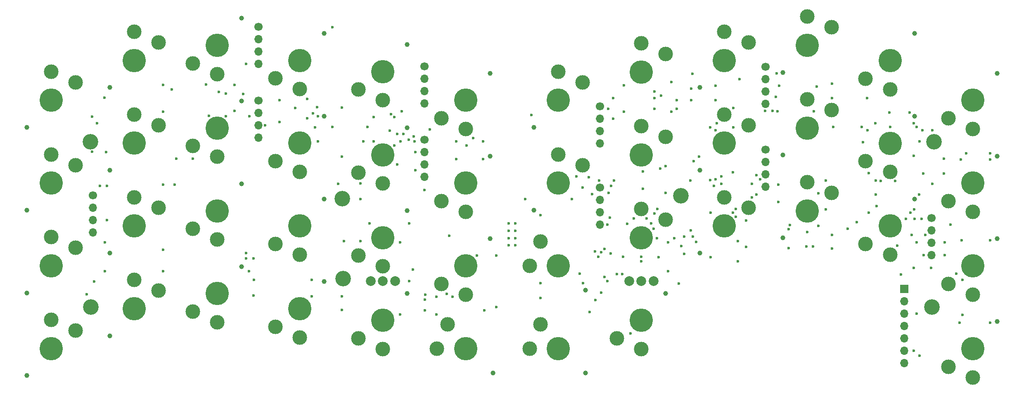
<source format=gbr>
G04 #@! TF.GenerationSoftware,KiCad,Pcbnew,9.0.0*
G04 #@! TF.CreationDate,2025-03-20T15:30:03+09:00*
G04 #@! TF.ProjectId,nofy,6e6f6679-2e6b-4696-9361-645f70636258,rev?*
G04 #@! TF.SameCoordinates,Original*
G04 #@! TF.FileFunction,Soldermask,Top*
G04 #@! TF.FilePolarity,Negative*
%FSLAX46Y46*%
G04 Gerber Fmt 4.6, Leading zero omitted, Abs format (unit mm)*
G04 Created by KiCad (PCBNEW 9.0.0) date 2025-03-20 15:30:03*
%MOMM*%
%LPD*%
G01*
G04 APERTURE LIST*
%ADD10C,3.200000*%
%ADD11C,3.000000*%
%ADD12C,4.800000*%
%ADD13C,1.000000*%
%ADD14C,1.700000*%
%ADD15O,1.700000X1.700000*%
%ADD16R,1.700000X1.700000*%
%ADD17C,0.600000*%
%ADD18C,2.000000*%
G04 APERTURE END LIST*
D10*
X32800000Y-46800000D03*
D11*
X150800000Y-28800000D03*
D12*
X145800000Y-32500000D03*
D11*
X145800000Y-26600000D03*
X106100000Y-84300000D03*
D12*
X109800000Y-89300000D03*
D11*
X103900000Y-89300000D03*
D13*
X115350000Y-94300000D03*
D11*
X125100000Y-67300000D03*
D12*
X128800000Y-72300000D03*
D11*
X122900000Y-72300000D03*
D13*
X134350000Y-77300000D03*
D11*
X191800000Y-67800000D03*
D12*
X196800000Y-64100000D03*
D11*
X196800000Y-70000000D03*
D13*
X201800000Y-58550000D03*
D11*
X140800000Y-87200000D03*
D12*
X145800000Y-83500000D03*
D11*
X145800000Y-89400000D03*
D13*
X150800000Y-77950000D03*
D10*
X32900000Y-80800000D03*
X205800000Y-46800000D03*
D14*
X205300000Y-62500000D03*
D15*
X205300000Y-65040000D03*
X205300000Y-67580000D03*
X205300000Y-70120000D03*
D11*
X191800000Y-33825000D03*
D12*
X196800000Y-30125000D03*
D11*
X196800000Y-36025000D03*
D13*
X201800000Y-24575000D03*
D14*
X171300000Y-31400000D03*
D15*
X171300000Y-33940000D03*
X171300000Y-36480000D03*
X171300000Y-39020000D03*
D11*
X29800000Y-68600000D03*
D12*
X24800000Y-72300000D03*
D11*
X24800000Y-66400000D03*
D13*
X19800000Y-77850000D03*
D11*
X29800000Y-85600000D03*
D12*
X24800000Y-89300000D03*
D11*
X24800000Y-83400000D03*
D13*
X19800000Y-94850000D03*
D11*
X104800000Y-76000000D03*
D12*
X109800000Y-72300000D03*
D11*
X109800000Y-78200000D03*
D13*
X114800000Y-66750000D03*
D11*
X104800000Y-59000000D03*
D12*
X109800000Y-55300000D03*
D11*
X109800000Y-61200000D03*
D13*
X114800000Y-49750000D03*
D14*
X67300000Y-23160000D03*
D15*
X67300000Y-25700000D03*
X67300000Y-28240000D03*
X67300000Y-30780000D03*
D11*
X208800000Y-42000000D03*
D12*
X213800000Y-38300000D03*
D11*
X213800000Y-44200000D03*
D13*
X218800000Y-32750000D03*
D11*
X53800000Y-64700000D03*
D12*
X58800000Y-61000000D03*
D11*
X58800000Y-66900000D03*
D13*
X63800000Y-55450000D03*
D11*
X184800000Y-57300000D03*
D12*
X179800000Y-61000000D03*
D11*
X179800000Y-55100000D03*
D13*
X174800000Y-66550000D03*
D11*
X46800000Y-77400000D03*
D12*
X41800000Y-81100000D03*
D11*
X41800000Y-75200000D03*
D13*
X36800000Y-86650000D03*
D14*
X137300000Y-39505000D03*
D15*
X137300000Y-42045000D03*
X137300000Y-44585000D03*
X137300000Y-47125000D03*
D14*
X101300000Y-46360000D03*
D15*
X101300000Y-48900000D03*
X101300000Y-51440000D03*
X101300000Y-53980000D03*
D11*
X125100000Y-84300000D03*
D12*
X128800000Y-89300000D03*
D11*
X122900000Y-89300000D03*
D13*
X134350000Y-94300000D03*
D11*
X208800000Y-76000000D03*
D12*
X213800000Y-72300000D03*
D11*
X213800000Y-78200000D03*
D13*
X218800000Y-66750000D03*
D11*
X70800000Y-67800000D03*
D12*
X75800000Y-64100000D03*
D11*
X75800000Y-70000000D03*
D13*
X80800000Y-58550000D03*
D11*
X208800000Y-93000000D03*
D12*
X213800000Y-89300000D03*
D11*
X213800000Y-95200000D03*
D13*
X218800000Y-83750000D03*
D11*
X87800000Y-87200000D03*
D12*
X92800000Y-83500000D03*
D11*
X92800000Y-89400000D03*
D13*
X97800000Y-77950000D03*
D11*
X87800000Y-36100000D03*
D12*
X92800000Y-32400000D03*
D11*
X92800000Y-38300000D03*
D13*
X97800000Y-26850000D03*
D11*
X87800000Y-53200000D03*
D12*
X92800000Y-49500000D03*
D11*
X92800000Y-55400000D03*
D13*
X97800000Y-43950000D03*
D11*
X133800000Y-34600000D03*
D12*
X128800000Y-38300000D03*
D11*
X128800000Y-32400000D03*
D13*
X123800000Y-43850000D03*
D11*
X150800000Y-62800000D03*
D12*
X145800000Y-66500000D03*
D11*
X145800000Y-60600000D03*
D14*
X137300000Y-56200000D03*
D15*
X137300000Y-58740000D03*
X137300000Y-61280000D03*
X137300000Y-63820000D03*
D11*
X87800000Y-70200000D03*
D12*
X92800000Y-66500000D03*
D11*
X92800000Y-72400000D03*
D13*
X97800000Y-60950000D03*
D11*
X53800000Y-47700000D03*
D12*
X58800000Y-44000000D03*
D11*
X58800000Y-49900000D03*
D13*
X63800000Y-38450000D03*
D11*
X104800000Y-42000000D03*
D12*
X109800000Y-38300000D03*
D11*
X109800000Y-44200000D03*
D13*
X114800000Y-32750000D03*
D11*
X167800000Y-60400000D03*
D12*
X162800000Y-64100000D03*
D11*
X162800000Y-58200000D03*
D13*
X157800000Y-69650000D03*
D11*
X184800000Y-40300000D03*
D12*
X179800000Y-44000000D03*
D11*
X179800000Y-38100000D03*
D13*
X174800000Y-49550000D03*
D16*
X199700000Y-77040000D03*
D15*
X199700000Y-79580000D03*
X199700000Y-82120000D03*
X199700000Y-84660000D03*
X199700000Y-87200000D03*
X199700000Y-89740000D03*
X199700000Y-92280000D03*
D14*
X171300000Y-48460000D03*
D15*
X171300000Y-51000000D03*
X171300000Y-53540000D03*
X171300000Y-56080000D03*
D11*
X53800000Y-81700000D03*
D12*
X58800000Y-78000000D03*
D11*
X58800000Y-83900000D03*
D13*
X63800000Y-72450000D03*
D10*
X205400000Y-80800000D03*
D11*
X167800000Y-26400000D03*
D12*
X162800000Y-30100000D03*
D11*
X162800000Y-24200000D03*
D13*
X157800000Y-35650000D03*
D11*
X167800000Y-43400000D03*
D12*
X162800000Y-47100000D03*
D11*
X162800000Y-41200000D03*
D13*
X157800000Y-52650000D03*
D11*
X184800000Y-23300000D03*
D12*
X179800000Y-27000000D03*
D11*
X179800000Y-21100000D03*
D13*
X174800000Y-32550000D03*
D11*
X133800000Y-51600000D03*
D12*
X128800000Y-55300000D03*
D11*
X128800000Y-49400000D03*
D13*
X123800000Y-60850000D03*
D11*
X46800000Y-60400000D03*
D12*
X41800000Y-64100000D03*
D11*
X41800000Y-58200000D03*
D13*
X36800000Y-69650000D03*
D11*
X70800000Y-84800000D03*
D12*
X75800000Y-81100000D03*
D11*
X75800000Y-87000000D03*
D13*
X80800000Y-75550000D03*
D17*
X118650000Y-63600000D03*
X118650000Y-65100000D03*
X118650000Y-66600000D03*
X118650000Y-68100000D03*
X119950000Y-63600000D03*
X119950000Y-65100000D03*
X119950000Y-66600000D03*
X119950000Y-68100000D03*
D11*
X70800000Y-50800000D03*
D12*
X75800000Y-47100000D03*
D11*
X75800000Y-53000000D03*
D13*
X80800000Y-41550000D03*
D10*
X84630000Y-74910000D03*
X84500000Y-58500000D03*
D11*
X70800000Y-33800000D03*
D12*
X75800000Y-30100000D03*
D11*
X75800000Y-36000000D03*
D13*
X80800000Y-24550000D03*
D10*
X153900000Y-57900000D03*
D11*
X150800000Y-45800000D03*
D12*
X145800000Y-49500000D03*
D11*
X145800000Y-43600000D03*
X208800000Y-59000000D03*
D12*
X213800000Y-55300000D03*
D11*
X213800000Y-61200000D03*
D13*
X218800000Y-49750000D03*
D11*
X29800000Y-34600000D03*
D12*
X24800000Y-38300000D03*
D11*
X24800000Y-32400000D03*
D13*
X19800000Y-43850000D03*
D14*
X33315000Y-57805000D03*
D15*
X33315000Y-60345000D03*
X33315000Y-62885000D03*
X33315000Y-65425000D03*
D11*
X53800000Y-30700000D03*
D12*
X58800000Y-27000000D03*
D11*
X58800000Y-32900000D03*
D13*
X63800000Y-21450000D03*
D11*
X46800000Y-26400000D03*
D12*
X41800000Y-30100000D03*
D11*
X41800000Y-24200000D03*
D13*
X36800000Y-35650000D03*
D11*
X191800000Y-50825000D03*
D12*
X196800000Y-47125000D03*
D11*
X196800000Y-53025000D03*
D13*
X201800000Y-41575000D03*
D14*
X101315000Y-31305000D03*
D15*
X101315000Y-33845000D03*
X101315000Y-36385000D03*
X101315000Y-38925000D03*
D11*
X29800000Y-51600000D03*
D12*
X24800000Y-55300000D03*
D11*
X24800000Y-49400000D03*
D13*
X19800000Y-60850000D03*
D11*
X46800000Y-43400000D03*
D12*
X41800000Y-47100000D03*
D11*
X41800000Y-41200000D03*
D13*
X36800000Y-52650000D03*
D14*
X67300000Y-38305000D03*
D15*
X67300000Y-40845000D03*
X67300000Y-43385000D03*
X67300000Y-45925000D03*
D18*
X143290000Y-75400000D03*
X148290000Y-75400000D03*
X145790000Y-75400000D03*
X90300000Y-75400000D03*
X95300000Y-75400000D03*
X92800000Y-75400000D03*
D17*
X151976500Y-34518300D03*
X142250000Y-35233500D03*
X148526500Y-36480000D03*
X184922600Y-37851800D03*
X140047700Y-42045000D03*
X201689600Y-49700200D03*
X173580300Y-32780100D03*
X184922600Y-34889700D03*
X201689600Y-42985500D03*
X192126500Y-37851800D03*
X148526500Y-37796800D03*
X156000000Y-35878400D03*
X207826500Y-50282000D03*
X140047700Y-37826700D03*
X156251300Y-32812100D03*
X123256400Y-41285000D03*
X193753400Y-42985500D03*
X151976500Y-40667000D03*
X142250000Y-40667000D03*
X181764000Y-35504200D03*
X153090400Y-40020600D03*
X153090400Y-38267900D03*
X161061000Y-38267900D03*
X192218300Y-44400600D03*
X191008700Y-43776000D03*
X139045400Y-40025500D03*
X202850400Y-46738100D03*
X148526500Y-40025500D03*
X207826500Y-53359200D03*
X174026500Y-35328300D03*
X156000000Y-38267900D03*
X161061000Y-35297800D03*
X185182900Y-43776000D03*
X203602700Y-53359200D03*
X146853800Y-62519200D03*
X144288300Y-62519200D03*
X148338700Y-64680900D03*
X155976500Y-64985800D03*
X179668100Y-68317600D03*
X152526500Y-66608400D03*
X208000000Y-67508500D03*
X149695500Y-52307800D03*
X148998300Y-66608400D03*
X179815900Y-65328800D03*
X146147500Y-52909500D03*
X182112300Y-57434400D03*
X131526500Y-58586500D03*
X122026500Y-58586500D03*
X201714900Y-60717100D03*
X169409000Y-53711700D03*
X133796000Y-56200000D03*
X169409000Y-57636100D03*
X203698700Y-70120000D03*
X146147500Y-56480100D03*
X183647000Y-60717100D03*
X208000000Y-70120000D03*
X125158100Y-75839000D03*
X133845900Y-75839000D03*
X182150000Y-64104300D03*
X176250000Y-63923600D03*
X196686500Y-40813900D03*
X200836500Y-40813900D03*
X202291300Y-43776000D03*
X196802600Y-43776000D03*
X180993500Y-68347300D03*
X198307300Y-68163000D03*
X143600000Y-86150000D03*
X135166500Y-81776200D03*
X212381500Y-49198600D03*
X217350000Y-49198600D03*
X217350000Y-50478100D03*
X211276500Y-50478100D03*
X173904100Y-55624400D03*
X173904100Y-59202700D03*
X194045000Y-60030300D03*
X184922600Y-65953300D03*
X184922600Y-68700600D03*
X148524800Y-61548600D03*
X165216300Y-62242800D03*
X165216300Y-60575000D03*
X149069000Y-60575000D03*
X199046700Y-74051700D03*
X200054800Y-62644500D03*
X161033600Y-44451200D03*
X191287400Y-46872100D03*
X197889200Y-54848900D03*
X194855800Y-54848900D03*
X202894200Y-90726800D03*
X201857900Y-62644500D03*
X161261900Y-43010000D03*
X140775000Y-73964300D03*
X141932700Y-73964300D03*
X149874000Y-37347900D03*
X147848100Y-63568200D03*
X203264100Y-62659600D03*
X142872800Y-63696300D03*
X209223800Y-63813300D03*
X181205000Y-40533300D03*
X211690300Y-75144400D03*
X210424900Y-73879000D03*
X193870700Y-57619100D03*
X173751200Y-40533300D03*
X193870700Y-54759500D03*
X211690300Y-82404700D03*
X202773200Y-57619100D03*
X183626500Y-54759500D03*
X133155000Y-73898100D03*
X173352000Y-37552600D03*
X150780800Y-51806300D03*
X192400400Y-61357000D03*
X204054400Y-65937800D03*
X201256200Y-65937800D03*
X139080300Y-57278500D03*
X200961000Y-61357000D03*
X201657400Y-72762400D03*
X201657400Y-89740000D03*
X192400400Y-53234200D03*
X150780800Y-57278500D03*
X205218700Y-72762400D03*
X217350000Y-67008400D03*
X211450000Y-67008400D03*
X140182100Y-54746700D03*
X137150000Y-54746700D03*
X155854300Y-54754400D03*
X125100000Y-61918600D03*
X139569900Y-55859800D03*
X171150000Y-40421200D03*
X172719300Y-40421200D03*
X161061000Y-54554400D03*
X170136400Y-54554400D03*
X160684500Y-55859800D03*
X139378700Y-62431700D03*
X136355800Y-79321200D03*
X138270100Y-68800000D03*
X188150000Y-64706900D03*
X125100000Y-78940900D03*
X175974500Y-68686500D03*
X175974500Y-64727000D03*
X137600100Y-69529400D03*
X153486300Y-75962100D03*
X190003800Y-63310500D03*
X167294600Y-63015700D03*
X137600100Y-77791500D03*
X167294600Y-68444200D03*
X153997300Y-68260400D03*
X136324000Y-69296000D03*
X205450000Y-44475000D03*
X203469800Y-44475000D03*
X135695000Y-57551600D03*
X205450000Y-55475600D03*
X217350000Y-84007200D03*
X211057600Y-84007200D03*
X90950000Y-41747700D03*
X95121200Y-41747700D03*
X90946900Y-46767000D03*
X96400900Y-46767000D03*
X96350000Y-67472800D03*
X106450000Y-66100000D03*
X168481600Y-55419400D03*
X162192800Y-55419400D03*
X162192800Y-53913000D03*
X168481600Y-58237800D03*
X132504700Y-53911500D03*
X84378500Y-39787700D03*
X84378500Y-49860300D03*
X36083900Y-48900000D03*
X96679700Y-40573300D03*
X33150000Y-48850000D03*
X99342900Y-46739700D03*
X35750000Y-37750000D03*
X99486700Y-52662300D03*
X99486700Y-48900000D03*
X50150000Y-55624400D03*
X47718400Y-55624400D03*
X62350000Y-35158800D03*
X56559200Y-35053300D03*
X57161100Y-41478100D03*
X62350000Y-40427600D03*
X50450000Y-50315600D03*
X53808800Y-50315600D03*
X74851700Y-39878900D03*
X79350000Y-39724300D03*
X95788300Y-45241000D03*
X95788300Y-51440000D03*
X68654600Y-43390200D03*
X59214100Y-36584300D03*
X36229700Y-55905900D03*
X77310100Y-41996700D03*
X95181200Y-47536600D03*
X60600000Y-41573800D03*
X109931900Y-47536600D03*
X34168900Y-43022500D03*
X49550000Y-36100000D03*
X34798200Y-55905900D03*
X36229700Y-62885000D03*
X34168900Y-43022500D03*
X47750000Y-40640700D03*
X65397200Y-41573800D03*
X94225100Y-44558000D03*
X78893300Y-43806600D03*
X84424400Y-81368600D03*
X116031800Y-80779500D03*
X116031800Y-70146200D03*
X66300000Y-78395700D03*
X112067400Y-70146200D03*
X65317500Y-73397000D03*
X47718400Y-73397000D03*
X32050000Y-78150000D03*
X78226600Y-78587600D03*
X33600000Y-75500000D03*
X35829600Y-67472800D03*
X78226600Y-75178900D03*
X47773500Y-69006700D03*
X84411100Y-78587600D03*
X64781200Y-69693400D03*
X101407000Y-81431400D03*
X64781200Y-70733000D03*
X64781200Y-30780000D03*
X66366100Y-75178900D03*
X66300000Y-70733000D03*
X113612000Y-81431400D03*
X35829600Y-73400000D03*
X101407000Y-79259800D03*
X94446200Y-41145900D03*
X60570300Y-36897900D03*
X96985900Y-45184200D03*
X64151700Y-36950000D03*
X77323300Y-38009600D03*
X33150000Y-41650000D03*
X111300000Y-46011000D03*
X47750000Y-35114300D03*
X78518400Y-40966600D03*
X98155000Y-46423500D03*
X99170900Y-45716900D03*
X98927800Y-73083000D03*
X165611800Y-71325400D03*
X136965000Y-70434900D03*
X142045000Y-70434900D03*
X202281100Y-82146100D03*
X165611800Y-67198500D03*
X145790000Y-71325400D03*
X165896500Y-33940000D03*
X145790000Y-70434900D03*
X202281100Y-67480900D03*
X103791600Y-82283300D03*
X96350000Y-82283300D03*
X107090500Y-78645100D03*
X103791600Y-78645100D03*
X107850000Y-46754100D03*
X113350000Y-46754100D03*
X113350000Y-50350000D03*
X107876600Y-50350000D03*
X138870100Y-75400000D03*
X138870100Y-63820000D03*
X79509900Y-41568300D03*
X79509900Y-46738100D03*
X88775400Y-46738100D03*
X82453200Y-43760000D03*
X82453200Y-23271100D03*
X98216300Y-63564800D03*
X89649600Y-43760000D03*
X98216300Y-75400000D03*
X90067600Y-63564800D03*
X71580000Y-42788500D03*
X105942000Y-78015300D03*
X71580000Y-38273700D03*
X102461800Y-44258600D03*
X101519200Y-78255700D03*
X157082000Y-67379500D03*
X151274000Y-67474400D03*
X151274000Y-73397000D03*
X138235000Y-74619400D03*
X157634700Y-49831600D03*
X164627600Y-39845900D03*
X164627600Y-43825000D03*
X135045900Y-54113100D03*
X159960200Y-54691900D03*
X159960200Y-43825000D03*
X160028400Y-61382400D03*
X164606700Y-61382400D03*
X149364800Y-70540400D03*
X160028400Y-70540400D03*
X164606700Y-53075600D03*
X139505000Y-69747600D03*
X154599000Y-66250100D03*
X156576200Y-50814200D03*
X154599000Y-69832100D03*
X156331700Y-66250100D03*
X101300000Y-56743200D03*
X88191600Y-58586500D03*
X84822300Y-67220900D03*
X88191600Y-67220900D03*
X88191600Y-55357300D03*
X83608700Y-55455100D03*
M02*

</source>
